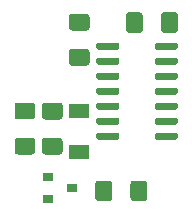
<source format=gtp>
G04 #@! TF.GenerationSoftware,KiCad,Pcbnew,(5.1.6)-1*
G04 #@! TF.CreationDate,2021-07-12T15:37:42+03:00*
G04 #@! TF.ProjectId,detector,64657465-6374-46f7-922e-6b696361645f,rev?*
G04 #@! TF.SameCoordinates,Original*
G04 #@! TF.FileFunction,Paste,Top*
G04 #@! TF.FilePolarity,Positive*
%FSLAX46Y46*%
G04 Gerber Fmt 4.6, Leading zero omitted, Abs format (unit mm)*
G04 Created by KiCad (PCBNEW (5.1.6)-1) date 2021-07-12 15:37:42*
%MOMM*%
%LPD*%
G01*
G04 APERTURE LIST*
%ADD10R,0.900000X0.800000*%
%ADD11R,1.700000X1.300000*%
G04 APERTURE END LIST*
G36*
G01*
X33800000Y-24940000D02*
X33800000Y-24640000D01*
G75*
G02*
X33950000Y-24490000I150000J0D01*
G01*
X35600000Y-24490000D01*
G75*
G02*
X35750000Y-24640000I0J-150000D01*
G01*
X35750000Y-24940000D01*
G75*
G02*
X35600000Y-25090000I-150000J0D01*
G01*
X33950000Y-25090000D01*
G75*
G02*
X33800000Y-24940000I0J150000D01*
G01*
G37*
G36*
G01*
X33800000Y-26210000D02*
X33800000Y-25910000D01*
G75*
G02*
X33950000Y-25760000I150000J0D01*
G01*
X35600000Y-25760000D01*
G75*
G02*
X35750000Y-25910000I0J-150000D01*
G01*
X35750000Y-26210000D01*
G75*
G02*
X35600000Y-26360000I-150000J0D01*
G01*
X33950000Y-26360000D01*
G75*
G02*
X33800000Y-26210000I0J150000D01*
G01*
G37*
G36*
G01*
X33800000Y-27480000D02*
X33800000Y-27180000D01*
G75*
G02*
X33950000Y-27030000I150000J0D01*
G01*
X35600000Y-27030000D01*
G75*
G02*
X35750000Y-27180000I0J-150000D01*
G01*
X35750000Y-27480000D01*
G75*
G02*
X35600000Y-27630000I-150000J0D01*
G01*
X33950000Y-27630000D01*
G75*
G02*
X33800000Y-27480000I0J150000D01*
G01*
G37*
G36*
G01*
X33800000Y-28750000D02*
X33800000Y-28450000D01*
G75*
G02*
X33950000Y-28300000I150000J0D01*
G01*
X35600000Y-28300000D01*
G75*
G02*
X35750000Y-28450000I0J-150000D01*
G01*
X35750000Y-28750000D01*
G75*
G02*
X35600000Y-28900000I-150000J0D01*
G01*
X33950000Y-28900000D01*
G75*
G02*
X33800000Y-28750000I0J150000D01*
G01*
G37*
G36*
G01*
X33800000Y-30020000D02*
X33800000Y-29720000D01*
G75*
G02*
X33950000Y-29570000I150000J0D01*
G01*
X35600000Y-29570000D01*
G75*
G02*
X35750000Y-29720000I0J-150000D01*
G01*
X35750000Y-30020000D01*
G75*
G02*
X35600000Y-30170000I-150000J0D01*
G01*
X33950000Y-30170000D01*
G75*
G02*
X33800000Y-30020000I0J150000D01*
G01*
G37*
G36*
G01*
X33800000Y-31290000D02*
X33800000Y-30990000D01*
G75*
G02*
X33950000Y-30840000I150000J0D01*
G01*
X35600000Y-30840000D01*
G75*
G02*
X35750000Y-30990000I0J-150000D01*
G01*
X35750000Y-31290000D01*
G75*
G02*
X35600000Y-31440000I-150000J0D01*
G01*
X33950000Y-31440000D01*
G75*
G02*
X33800000Y-31290000I0J150000D01*
G01*
G37*
G36*
G01*
X33800000Y-32560000D02*
X33800000Y-32260000D01*
G75*
G02*
X33950000Y-32110000I150000J0D01*
G01*
X35600000Y-32110000D01*
G75*
G02*
X35750000Y-32260000I0J-150000D01*
G01*
X35750000Y-32560000D01*
G75*
G02*
X35600000Y-32710000I-150000J0D01*
G01*
X33950000Y-32710000D01*
G75*
G02*
X33800000Y-32560000I0J150000D01*
G01*
G37*
G36*
G01*
X28850000Y-32560000D02*
X28850000Y-32260000D01*
G75*
G02*
X29000000Y-32110000I150000J0D01*
G01*
X30650000Y-32110000D01*
G75*
G02*
X30800000Y-32260000I0J-150000D01*
G01*
X30800000Y-32560000D01*
G75*
G02*
X30650000Y-32710000I-150000J0D01*
G01*
X29000000Y-32710000D01*
G75*
G02*
X28850000Y-32560000I0J150000D01*
G01*
G37*
G36*
G01*
X28850000Y-31290000D02*
X28850000Y-30990000D01*
G75*
G02*
X29000000Y-30840000I150000J0D01*
G01*
X30650000Y-30840000D01*
G75*
G02*
X30800000Y-30990000I0J-150000D01*
G01*
X30800000Y-31290000D01*
G75*
G02*
X30650000Y-31440000I-150000J0D01*
G01*
X29000000Y-31440000D01*
G75*
G02*
X28850000Y-31290000I0J150000D01*
G01*
G37*
G36*
G01*
X28850000Y-30020000D02*
X28850000Y-29720000D01*
G75*
G02*
X29000000Y-29570000I150000J0D01*
G01*
X30650000Y-29570000D01*
G75*
G02*
X30800000Y-29720000I0J-150000D01*
G01*
X30800000Y-30020000D01*
G75*
G02*
X30650000Y-30170000I-150000J0D01*
G01*
X29000000Y-30170000D01*
G75*
G02*
X28850000Y-30020000I0J150000D01*
G01*
G37*
G36*
G01*
X28850000Y-28750000D02*
X28850000Y-28450000D01*
G75*
G02*
X29000000Y-28300000I150000J0D01*
G01*
X30650000Y-28300000D01*
G75*
G02*
X30800000Y-28450000I0J-150000D01*
G01*
X30800000Y-28750000D01*
G75*
G02*
X30650000Y-28900000I-150000J0D01*
G01*
X29000000Y-28900000D01*
G75*
G02*
X28850000Y-28750000I0J150000D01*
G01*
G37*
G36*
G01*
X28850000Y-27480000D02*
X28850000Y-27180000D01*
G75*
G02*
X29000000Y-27030000I150000J0D01*
G01*
X30650000Y-27030000D01*
G75*
G02*
X30800000Y-27180000I0J-150000D01*
G01*
X30800000Y-27480000D01*
G75*
G02*
X30650000Y-27630000I-150000J0D01*
G01*
X29000000Y-27630000D01*
G75*
G02*
X28850000Y-27480000I0J150000D01*
G01*
G37*
G36*
G01*
X28850000Y-26210000D02*
X28850000Y-25910000D01*
G75*
G02*
X29000000Y-25760000I150000J0D01*
G01*
X30650000Y-25760000D01*
G75*
G02*
X30800000Y-25910000I0J-150000D01*
G01*
X30800000Y-26210000D01*
G75*
G02*
X30650000Y-26360000I-150000J0D01*
G01*
X29000000Y-26360000D01*
G75*
G02*
X28850000Y-26210000I0J150000D01*
G01*
G37*
G36*
G01*
X28850000Y-24940000D02*
X28850000Y-24640000D01*
G75*
G02*
X29000000Y-24490000I150000J0D01*
G01*
X30650000Y-24490000D01*
G75*
G02*
X30800000Y-24640000I0J-150000D01*
G01*
X30800000Y-24940000D01*
G75*
G02*
X30650000Y-25090000I-150000J0D01*
G01*
X29000000Y-25090000D01*
G75*
G02*
X28850000Y-24940000I0J150000D01*
G01*
G37*
D10*
X26750000Y-36800000D03*
X24750000Y-37750000D03*
X24750000Y-35850000D03*
G36*
G01*
X30195000Y-36425000D02*
X30195000Y-37675000D01*
G75*
G02*
X29945000Y-37925000I-250000J0D01*
G01*
X29020000Y-37925000D01*
G75*
G02*
X28770000Y-37675000I0J250000D01*
G01*
X28770000Y-36425000D01*
G75*
G02*
X29020000Y-36175000I250000J0D01*
G01*
X29945000Y-36175000D01*
G75*
G02*
X30195000Y-36425000I0J-250000D01*
G01*
G37*
G36*
G01*
X33170000Y-36425000D02*
X33170000Y-37675000D01*
G75*
G02*
X32920000Y-37925000I-250000J0D01*
G01*
X31995000Y-37925000D01*
G75*
G02*
X31745000Y-37675000I0J250000D01*
G01*
X31745000Y-36425000D01*
G75*
G02*
X31995000Y-36175000I250000J0D01*
G01*
X32920000Y-36175000D01*
G75*
G02*
X33170000Y-36425000I0J-250000D01*
G01*
G37*
D11*
X27410000Y-33750000D03*
X27410000Y-30250000D03*
G36*
G01*
X34335000Y-23425000D02*
X34335000Y-22175000D01*
G75*
G02*
X34585000Y-21925000I250000J0D01*
G01*
X35510000Y-21925000D01*
G75*
G02*
X35760000Y-22175000I0J-250000D01*
G01*
X35760000Y-23425000D01*
G75*
G02*
X35510000Y-23675000I-250000J0D01*
G01*
X34585000Y-23675000D01*
G75*
G02*
X34335000Y-23425000I0J250000D01*
G01*
G37*
G36*
G01*
X31360000Y-23425000D02*
X31360000Y-22175000D01*
G75*
G02*
X31610000Y-21925000I250000J0D01*
G01*
X32535000Y-21925000D01*
G75*
G02*
X32785000Y-22175000I0J-250000D01*
G01*
X32785000Y-23425000D01*
G75*
G02*
X32535000Y-23675000I-250000J0D01*
G01*
X31610000Y-23675000D01*
G75*
G02*
X31360000Y-23425000I0J250000D01*
G01*
G37*
G36*
G01*
X24495000Y-32555000D02*
X25745000Y-32555000D01*
G75*
G02*
X25995000Y-32805000I0J-250000D01*
G01*
X25995000Y-33730000D01*
G75*
G02*
X25745000Y-33980000I-250000J0D01*
G01*
X24495000Y-33980000D01*
G75*
G02*
X24245000Y-33730000I0J250000D01*
G01*
X24245000Y-32805000D01*
G75*
G02*
X24495000Y-32555000I250000J0D01*
G01*
G37*
G36*
G01*
X24495000Y-29580000D02*
X25745000Y-29580000D01*
G75*
G02*
X25995000Y-29830000I0J-250000D01*
G01*
X25995000Y-30755000D01*
G75*
G02*
X25745000Y-31005000I-250000J0D01*
G01*
X24495000Y-31005000D01*
G75*
G02*
X24245000Y-30755000I0J250000D01*
G01*
X24245000Y-29830000D01*
G75*
G02*
X24495000Y-29580000I250000J0D01*
G01*
G37*
G36*
G01*
X28025000Y-23475000D02*
X26775000Y-23475000D01*
G75*
G02*
X26525000Y-23225000I0J250000D01*
G01*
X26525000Y-22300000D01*
G75*
G02*
X26775000Y-22050000I250000J0D01*
G01*
X28025000Y-22050000D01*
G75*
G02*
X28275000Y-22300000I0J-250000D01*
G01*
X28275000Y-23225000D01*
G75*
G02*
X28025000Y-23475000I-250000J0D01*
G01*
G37*
G36*
G01*
X28025000Y-26450000D02*
X26775000Y-26450000D01*
G75*
G02*
X26525000Y-26200000I0J250000D01*
G01*
X26525000Y-25275000D01*
G75*
G02*
X26775000Y-25025000I250000J0D01*
G01*
X28025000Y-25025000D01*
G75*
G02*
X28275000Y-25275000I0J-250000D01*
G01*
X28275000Y-26200000D01*
G75*
G02*
X28025000Y-26450000I-250000J0D01*
G01*
G37*
G36*
G01*
X22185000Y-32545000D02*
X23435000Y-32545000D01*
G75*
G02*
X23685000Y-32795000I0J-250000D01*
G01*
X23685000Y-33720000D01*
G75*
G02*
X23435000Y-33970000I-250000J0D01*
G01*
X22185000Y-33970000D01*
G75*
G02*
X21935000Y-33720000I0J250000D01*
G01*
X21935000Y-32795000D01*
G75*
G02*
X22185000Y-32545000I250000J0D01*
G01*
G37*
G36*
G01*
X22185000Y-29570000D02*
X23435000Y-29570000D01*
G75*
G02*
X23685000Y-29820000I0J-250000D01*
G01*
X23685000Y-30745000D01*
G75*
G02*
X23435000Y-30995000I-250000J0D01*
G01*
X22185000Y-30995000D01*
G75*
G02*
X21935000Y-30745000I0J250000D01*
G01*
X21935000Y-29820000D01*
G75*
G02*
X22185000Y-29570000I250000J0D01*
G01*
G37*
M02*

</source>
